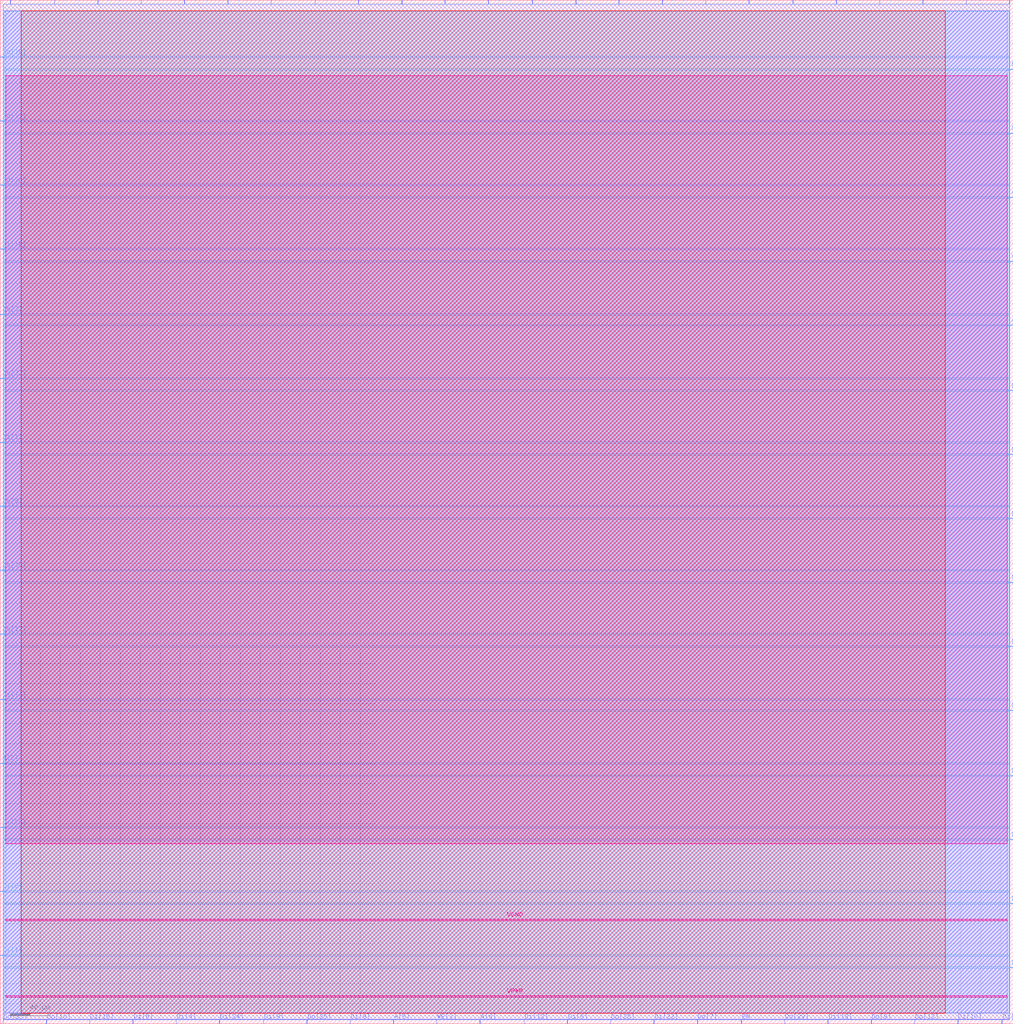
<source format=lef>
VERSION 5.7 ;
  NOWIREEXTENSIONATPIN ON ;
  DIVIDERCHAR "/" ;
  BUSBITCHARS "[]" ;
MACRO DFFRAM
  CLASS BLOCK ;
  FOREIGN DFFRAM ;
  ORIGIN 0.000 0.000 ;
  SIZE 1012.325 BY 1023.045 ;
  PIN A[0]
    DIRECTION INPUT ;
    PORT
      LAYER met2 ;
        RECT 575.090 1019.045 575.370 1023.045 ;
    END
  END A[0]
  PIN A[1]
    DIRECTION INPUT ;
    PORT
      LAYER met2 ;
        RECT 965.170 1019.045 965.450 1023.045 ;
    END
  END A[1]
  PIN A[2]
    DIRECTION INPUT ;
    PORT
      LAYER met3 ;
        RECT 0.000 259.800 4.000 260.400 ;
    END
  END A[2]
  PIN A[3]
    DIRECTION INPUT ;
    PORT
      LAYER met2 ;
        RECT 140.850 1019.045 141.130 1023.045 ;
    END
  END A[3]
  PIN A[4]
    DIRECTION INPUT ;
    PORT
      LAYER met3 ;
        RECT 1008.325 697.720 1012.325 698.320 ;
    END
  END A[4]
  PIN A[5]
    DIRECTION INPUT ;
    PORT
      LAYER met2 ;
        RECT 392.930 0.000 393.210 4.000 ;
    END
  END A[5]
  PIN A[6]
    DIRECTION INPUT ;
    PORT
      LAYER met2 ;
        RECT 479.410 0.000 479.690 4.000 ;
    END
  END A[6]
  PIN A[7]
    DIRECTION INPUT ;
    PORT
      LAYER met3 ;
        RECT 1008.325 825.560 1012.325 826.160 ;
    END
  END A[7]
  PIN CLK
    DIRECTION INPUT ;
    PORT
      LAYER met2 ;
        RECT 618.330 1019.045 618.610 1023.045 ;
    END
  END CLK
  PIN Di[0]
    DIRECTION INPUT ;
    PORT
      LAYER met3 ;
        RECT 0.000 131.960 4.000 132.560 ;
    END
  END Di[0]
  PIN Di[10]
    DIRECTION INPUT ;
    PORT
      LAYER met2 ;
        RECT 956.890 0.000 957.170 4.000 ;
    END
  END Di[10]
  PIN Di[11]
    DIRECTION INPUT ;
    PORT
      LAYER met2 ;
        RECT 835.450 1019.045 835.730 1023.045 ;
    END
  END Di[11]
  PIN Di[12]
    DIRECTION INPUT ;
    PORT
      LAYER met2 ;
        RECT 523.570 0.000 523.850 4.000 ;
    END
  END Di[12]
  PIN Di[13]
    DIRECTION INPUT ;
    PORT
      LAYER met2 ;
        RECT 357.970 1019.045 358.250 1023.045 ;
    END
  END Di[13]
  PIN Di[14]
    DIRECTION INPUT ;
    PORT
      LAYER met3 ;
        RECT 1008.325 632.440 1012.325 633.040 ;
    END
  END Di[14]
  PIN Di[15]
    DIRECTION INPUT ;
    PORT
      LAYER met2 ;
        RECT 89.330 0.000 89.610 4.000 ;
    END
  END Di[15]
  PIN Di[16]
    DIRECTION INPUT ;
    PORT
      LAYER met3 ;
        RECT 0.000 323.720 4.000 324.320 ;
    END
  END Di[16]
  PIN Di[17]
    DIRECTION INPUT ;
    PORT
      LAYER met2 ;
        RECT 661.570 1019.045 661.850 1023.045 ;
    END
  END Di[17]
  PIN Di[18]
    DIRECTION INPUT ;
    PORT
      LAYER met2 ;
        RECT 827.170 0.000 827.450 4.000 ;
    END
  END Di[18]
  PIN Di[19]
    DIRECTION INPUT ;
    PORT
      LAYER met3 ;
        RECT 1008.325 119.720 1012.325 120.320 ;
    END
  END Di[19]
  PIN Di[1]
    DIRECTION INPUT ;
    PORT
      LAYER met3 ;
        RECT 0.000 580.760 4.000 581.360 ;
    END
  END Di[1]
  PIN Di[20]
    DIRECTION INPUT ;
    PORT
      LAYER met2 ;
        RECT 1008.410 1019.045 1008.690 1023.045 ;
    END
  END Di[20]
  PIN Di[21]
    DIRECTION INPUT ;
    PORT
      LAYER met2 ;
        RECT 401.210 1019.045 401.490 1023.045 ;
    END
  END Di[21]
  PIN Di[22]
    DIRECTION INPUT ;
    PORT
      LAYER met2 ;
        RECT 653.290 0.000 653.570 4.000 ;
    END
  END Di[22]
  PIN Di[23]
    DIRECTION INPUT ;
    PORT
      LAYER met3 ;
        RECT 0.000 195.880 4.000 196.480 ;
    END
  END Di[23]
  PIN Di[24]
    DIRECTION INPUT ;
    PORT
      LAYER met2 ;
        RECT 219.050 0.000 219.330 4.000 ;
    END
  END Di[24]
  PIN Di[25]
    DIRECTION INPUT ;
    PORT
      LAYER met3 ;
        RECT 1008.325 889.480 1012.325 890.080 ;
    END
  END Di[25]
  PIN Di[26]
    DIRECTION INPUT ;
    PORT
      LAYER met2 ;
        RECT 54.370 1019.045 54.650 1023.045 ;
    END
  END Di[26]
  PIN Di[27]
    DIRECTION INPUT ;
    PORT
      LAYER met2 ;
        RECT 97.610 1019.045 97.890 1023.045 ;
    END
  END Di[27]
  PIN Di[28]
    DIRECTION INPUT ;
    PORT
      LAYER met2 ;
        RECT 792.210 1019.045 792.490 1023.045 ;
    END
  END Di[28]
  PIN Di[29]
    DIRECTION INPUT ;
    PORT
      LAYER met2 ;
        RECT 184.090 1019.045 184.370 1023.045 ;
    END
  END Di[29]
  PIN Di[2]
    DIRECTION INPUT ;
    PORT
      LAYER met2 ;
        RECT 1001.050 0.000 1001.330 4.000 ;
    END
  END Di[2]
  PIN Di[30]
    DIRECTION INPUT ;
    PORT
      LAYER met3 ;
        RECT 0.000 773.880 4.000 774.480 ;
    END
  END Di[30]
  PIN Di[31]
    DIRECTION INPUT ;
    PORT
      LAYER met3 ;
        RECT 1008.325 183.640 1012.325 184.240 ;
    END
  END Di[31]
  PIN Di[3]
    DIRECTION INPUT ;
    PORT
      LAYER met2 ;
        RECT 10.210 1019.045 10.490 1023.045 ;
    END
  END Di[3]
  PIN Di[4]
    DIRECTION INPUT ;
    PORT
      LAYER met2 ;
        RECT 175.810 0.000 176.090 4.000 ;
    END
  END Di[4]
  PIN Di[5]
    DIRECTION INPUT ;
    PORT
      LAYER met2 ;
        RECT 132.570 0.000 132.850 4.000 ;
    END
  END Di[5]
  PIN Di[6]
    DIRECTION INPUT ;
    PORT
      LAYER met2 ;
        RECT 566.810 0.000 567.090 4.000 ;
    END
  END Di[6]
  PIN Di[7]
    DIRECTION INPUT ;
    PORT
      LAYER met3 ;
        RECT 0.000 68.040 4.000 68.640 ;
    END
  END Di[7]
  PIN Di[8]
    DIRECTION INPUT ;
    PORT
      LAYER met2 ;
        RECT 349.690 0.000 349.970 4.000 ;
    END
  END Di[8]
  PIN Di[9]
    DIRECTION INPUT ;
    PORT
      LAYER met2 ;
        RECT 263.210 0.000 263.490 4.000 ;
    END
  END Di[9]
  PIN Do[0]
    DIRECTION OUTPUT TRISTATE ;
    PORT
      LAYER met2 ;
        RECT 704.810 1019.045 705.090 1023.045 ;
    END
  END Do[0]
  PIN Do[10]
    DIRECTION OUTPUT TRISTATE ;
    PORT
      LAYER met2 ;
        RECT 46.090 0.000 46.370 4.000 ;
    END
  END Do[10]
  PIN Do[11]
    DIRECTION OUTPUT TRISTATE ;
    PORT
      LAYER met3 ;
        RECT 1008.325 568.520 1012.325 569.120 ;
    END
  END Do[11]
  PIN Do[12]
    DIRECTION OUTPUT TRISTATE ;
    PORT
      LAYER met2 ;
        RECT 913.650 0.000 913.930 4.000 ;
    END
  END Do[12]
  PIN Do[13]
    DIRECTION OUTPUT TRISTATE ;
    PORT
      LAYER met2 ;
        RECT 531.850 1019.045 532.130 1023.045 ;
    END
  END Do[13]
  PIN Do[14]
    DIRECTION OUTPUT TRISTATE ;
    PORT
      LAYER met3 ;
        RECT 1008.325 953.400 1012.325 954.000 ;
    END
  END Do[14]
  PIN Do[15]
    DIRECTION OUTPUT TRISTATE ;
    PORT
      LAYER met3 ;
        RECT 1008.325 504.600 1012.325 505.200 ;
    END
  END Do[15]
  PIN Do[16]
    DIRECTION OUTPUT TRISTATE ;
    PORT
      LAYER met3 ;
        RECT 1008.325 55.800 1012.325 56.400 ;
    END
  END Do[16]
  PIN Do[17]
    DIRECTION OUTPUT TRISTATE ;
    PORT
      LAYER met3 ;
        RECT 0.000 389.000 4.000 389.600 ;
    END
  END Do[17]
  PIN Do[18]
    DIRECTION OUTPUT TRISTATE ;
    PORT
      LAYER met2 ;
        RECT 270.570 1019.045 270.850 1023.045 ;
    END
  END Do[18]
  PIN Do[19]
    DIRECTION OUTPUT TRISTATE ;
    PORT
      LAYER met3 ;
        RECT 1008.325 440.680 1012.325 441.280 ;
    END
  END Do[19]
  PIN Do[1]
    DIRECTION OUTPUT TRISTATE ;
    PORT
      LAYER met3 ;
        RECT 1008.325 376.760 1012.325 377.360 ;
    END
  END Do[1]
  PIN Do[20]
    DIRECTION OUTPUT TRISTATE ;
    PORT
      LAYER met2 ;
        RECT 487.690 1019.045 487.970 1023.045 ;
    END
  END Do[20]
  PIN Do[21]
    DIRECTION OUTPUT TRISTATE ;
    PORT
      LAYER met2 ;
        RECT 921.930 1019.045 922.210 1023.045 ;
    END
  END Do[21]
  PIN Do[22]
    DIRECTION OUTPUT TRISTATE ;
    PORT
      LAYER met3 ;
        RECT 0.000 644.680 4.000 645.280 ;
    END
  END Do[22]
  PIN Do[23]
    DIRECTION OUTPUT TRISTATE ;
    PORT
      LAYER met2 ;
        RECT 2.850 0.000 3.130 4.000 ;
    END
  END Do[23]
  PIN Do[24]
    DIRECTION OUTPUT TRISTATE ;
    PORT
      LAYER met3 ;
        RECT 0.000 837.800 4.000 838.400 ;
    END
  END Do[24]
  PIN Do[25]
    DIRECTION OUTPUT TRISTATE ;
    PORT
      LAYER met2 ;
        RECT 306.450 0.000 306.730 4.000 ;
    END
  END Do[25]
  PIN Do[26]
    DIRECTION OUTPUT TRISTATE ;
    PORT
      LAYER met3 ;
        RECT 0.000 965.640 4.000 966.240 ;
    END
  END Do[26]
  PIN Do[27]
    DIRECTION OUTPUT TRISTATE ;
    PORT
      LAYER met3 ;
        RECT 0.000 901.720 4.000 902.320 ;
    END
  END Do[27]
  PIN Do[28]
    DIRECTION OUTPUT TRISTATE ;
    PORT
      LAYER met2 ;
        RECT 610.050 0.000 610.330 4.000 ;
    END
  END Do[28]
  PIN Do[29]
    DIRECTION OUTPUT TRISTATE ;
    PORT
      LAYER met2 ;
        RECT 783.930 0.000 784.210 4.000 ;
    END
  END Do[29]
  PIN Do[2]
    DIRECTION OUTPUT TRISTATE ;
    PORT
      LAYER met2 ;
        RECT 748.050 1019.045 748.330 1023.045 ;
    END
  END Do[2]
  PIN Do[30]
    DIRECTION OUTPUT TRISTATE ;
    PORT
      LAYER met3 ;
        RECT 0.000 452.920 4.000 453.520 ;
    END
  END Do[30]
  PIN Do[31]
    DIRECTION OUTPUT TRISTATE ;
    PORT
      LAYER met3 ;
        RECT 1008.325 247.560 1012.325 248.160 ;
    END
  END Do[31]
  PIN Do[3]
    DIRECTION OUTPUT TRISTATE ;
    PORT
      LAYER met3 ;
        RECT 0.000 708.600 4.000 709.200 ;
    END
  END Do[3]
  PIN Do[4]
    DIRECTION OUTPUT TRISTATE ;
    PORT
      LAYER met2 ;
        RECT 444.450 1019.045 444.730 1023.045 ;
    END
  END Do[4]
  PIN Do[5]
    DIRECTION OUTPUT TRISTATE ;
    PORT
      LAYER met3 ;
        RECT 1008.325 312.840 1012.325 313.440 ;
    END
  END Do[5]
  PIN Do[6]
    DIRECTION OUTPUT TRISTATE ;
    PORT
      LAYER met3 ;
        RECT 0.000 516.840 4.000 517.440 ;
    END
  END Do[6]
  PIN Do[7]
    DIRECTION OUTPUT TRISTATE ;
    PORT
      LAYER met2 ;
        RECT 696.530 0.000 696.810 4.000 ;
    END
  END Do[7]
  PIN Do[8]
    DIRECTION OUTPUT TRISTATE ;
    PORT
      LAYER met2 ;
        RECT 314.730 1019.045 315.010 1023.045 ;
    END
  END Do[8]
  PIN Do[9]
    DIRECTION OUTPUT TRISTATE ;
    PORT
      LAYER met2 ;
        RECT 870.410 0.000 870.690 4.000 ;
    END
  END Do[9]
  PIN EN
    DIRECTION INPUT ;
    PORT
      LAYER met2 ;
        RECT 740.690 0.000 740.970 4.000 ;
    END
  END EN
  PIN WE[0]
    DIRECTION INPUT ;
    PORT
      LAYER met2 ;
        RECT 878.690 1019.045 878.970 1023.045 ;
    END
  END WE[0]
  PIN WE[1]
    DIRECTION INPUT ;
    PORT
      LAYER met3 ;
        RECT 1008.325 761.640 1012.325 762.240 ;
    END
  END WE[1]
  PIN WE[2]
    DIRECTION INPUT ;
    PORT
      LAYER met2 ;
        RECT 227.330 1019.045 227.610 1023.045 ;
    END
  END WE[2]
  PIN WE[3]
    DIRECTION INPUT ;
    PORT
      LAYER met2 ;
        RECT 436.170 0.000 436.450 4.000 ;
    END
  END WE[3]
  PIN VPWR
    DIRECTION INPUT ;
    USE POWER ;
    PORT
      LAYER met5 ;
        RECT 5.520 26.490 1006.480 28.090 ;
    END
  END VPWR
  PIN VGND
    DIRECTION INPUT ;
    USE GROUND ;
    PORT
      LAYER met5 ;
        RECT 5.520 103.080 1006.480 104.680 ;
    END
  END VGND
  OBS
      LAYER li1 ;
        RECT 5.520 10.795 1006.480 1011.925 ;
      LAYER met1 ;
        RECT 2.830 10.640 1008.710 1012.080 ;
      LAYER met2 ;
        RECT 2.860 1018.765 9.930 1019.050 ;
        RECT 10.770 1018.765 54.090 1019.050 ;
        RECT 54.930 1018.765 97.330 1019.050 ;
        RECT 98.170 1018.765 140.570 1019.050 ;
        RECT 141.410 1018.765 183.810 1019.050 ;
        RECT 184.650 1018.765 227.050 1019.050 ;
        RECT 227.890 1018.765 270.290 1019.050 ;
        RECT 271.130 1018.765 314.450 1019.050 ;
        RECT 315.290 1018.765 357.690 1019.050 ;
        RECT 358.530 1018.765 400.930 1019.050 ;
        RECT 401.770 1018.765 444.170 1019.050 ;
        RECT 445.010 1018.765 487.410 1019.050 ;
        RECT 488.250 1018.765 531.570 1019.050 ;
        RECT 532.410 1018.765 574.810 1019.050 ;
        RECT 575.650 1018.765 618.050 1019.050 ;
        RECT 618.890 1018.765 661.290 1019.050 ;
        RECT 662.130 1018.765 704.530 1019.050 ;
        RECT 705.370 1018.765 747.770 1019.050 ;
        RECT 748.610 1018.765 791.930 1019.050 ;
        RECT 792.770 1018.765 835.170 1019.050 ;
        RECT 836.010 1018.765 878.410 1019.050 ;
        RECT 879.250 1018.765 921.650 1019.050 ;
        RECT 922.490 1018.765 964.890 1019.050 ;
        RECT 965.730 1018.765 1008.130 1019.050 ;
        RECT 2.860 4.280 1008.680 1018.765 ;
        RECT 3.410 4.000 45.810 4.280 ;
        RECT 46.650 4.000 89.050 4.280 ;
        RECT 89.890 4.000 132.290 4.280 ;
        RECT 133.130 4.000 175.530 4.280 ;
        RECT 176.370 4.000 218.770 4.280 ;
        RECT 219.610 4.000 262.930 4.280 ;
        RECT 263.770 4.000 306.170 4.280 ;
        RECT 307.010 4.000 349.410 4.280 ;
        RECT 350.250 4.000 392.650 4.280 ;
        RECT 393.490 4.000 435.890 4.280 ;
        RECT 436.730 4.000 479.130 4.280 ;
        RECT 479.970 4.000 523.290 4.280 ;
        RECT 524.130 4.000 566.530 4.280 ;
        RECT 567.370 4.000 609.770 4.280 ;
        RECT 610.610 4.000 653.010 4.280 ;
        RECT 653.850 4.000 696.250 4.280 ;
        RECT 697.090 4.000 740.410 4.280 ;
        RECT 741.250 4.000 783.650 4.280 ;
        RECT 784.490 4.000 826.890 4.280 ;
        RECT 827.730 4.000 870.130 4.280 ;
        RECT 870.970 4.000 913.370 4.280 ;
        RECT 914.210 4.000 956.610 4.280 ;
        RECT 957.450 4.000 1000.770 4.280 ;
        RECT 1001.610 4.000 1008.680 4.280 ;
      LAYER met3 ;
        RECT 4.000 966.640 1008.325 1012.005 ;
        RECT 4.400 965.240 1008.325 966.640 ;
        RECT 4.000 954.400 1008.325 965.240 ;
        RECT 4.000 953.000 1007.925 954.400 ;
        RECT 4.000 902.720 1008.325 953.000 ;
        RECT 4.400 901.320 1008.325 902.720 ;
        RECT 4.000 890.480 1008.325 901.320 ;
        RECT 4.000 889.080 1007.925 890.480 ;
        RECT 4.000 838.800 1008.325 889.080 ;
        RECT 4.400 837.400 1008.325 838.800 ;
        RECT 4.000 826.560 1008.325 837.400 ;
        RECT 4.000 825.160 1007.925 826.560 ;
        RECT 4.000 774.880 1008.325 825.160 ;
        RECT 4.400 773.480 1008.325 774.880 ;
        RECT 4.000 762.640 1008.325 773.480 ;
        RECT 4.000 761.240 1007.925 762.640 ;
        RECT 4.000 709.600 1008.325 761.240 ;
        RECT 4.400 708.200 1008.325 709.600 ;
        RECT 4.000 698.720 1008.325 708.200 ;
        RECT 4.000 697.320 1007.925 698.720 ;
        RECT 4.000 645.680 1008.325 697.320 ;
        RECT 4.400 644.280 1008.325 645.680 ;
        RECT 4.000 633.440 1008.325 644.280 ;
        RECT 4.000 632.040 1007.925 633.440 ;
        RECT 4.000 581.760 1008.325 632.040 ;
        RECT 4.400 580.360 1008.325 581.760 ;
        RECT 4.000 569.520 1008.325 580.360 ;
        RECT 4.000 568.120 1007.925 569.520 ;
        RECT 4.000 517.840 1008.325 568.120 ;
        RECT 4.400 516.440 1008.325 517.840 ;
        RECT 4.000 505.600 1008.325 516.440 ;
        RECT 4.000 504.200 1007.925 505.600 ;
        RECT 4.000 453.920 1008.325 504.200 ;
        RECT 4.400 452.520 1008.325 453.920 ;
        RECT 4.000 441.680 1008.325 452.520 ;
        RECT 4.000 440.280 1007.925 441.680 ;
        RECT 4.000 390.000 1008.325 440.280 ;
        RECT 4.400 388.600 1008.325 390.000 ;
        RECT 4.000 377.760 1008.325 388.600 ;
        RECT 4.000 376.360 1007.925 377.760 ;
        RECT 4.000 324.720 1008.325 376.360 ;
        RECT 4.400 323.320 1008.325 324.720 ;
        RECT 4.000 313.840 1008.325 323.320 ;
        RECT 4.000 312.440 1007.925 313.840 ;
        RECT 4.000 260.800 1008.325 312.440 ;
        RECT 4.400 259.400 1008.325 260.800 ;
        RECT 4.000 248.560 1008.325 259.400 ;
        RECT 4.000 247.160 1007.925 248.560 ;
        RECT 4.000 196.880 1008.325 247.160 ;
        RECT 4.400 195.480 1008.325 196.880 ;
        RECT 4.000 184.640 1008.325 195.480 ;
        RECT 4.000 183.240 1007.925 184.640 ;
        RECT 4.000 132.960 1008.325 183.240 ;
        RECT 4.400 131.560 1008.325 132.960 ;
        RECT 4.000 120.720 1008.325 131.560 ;
        RECT 4.000 119.320 1007.925 120.720 ;
        RECT 4.000 69.040 1008.325 119.320 ;
        RECT 4.400 67.640 1008.325 69.040 ;
        RECT 4.000 56.800 1008.325 67.640 ;
        RECT 4.000 55.400 1007.925 56.800 ;
        RECT 4.000 10.715 1008.325 55.400 ;
      LAYER met4 ;
        RECT 21.040 10.640 944.240 1012.080 ;
      LAYER met5 ;
        RECT 5.520 179.670 1006.480 947.170 ;
  END
END DFFRAM
END LIBRARY


</source>
